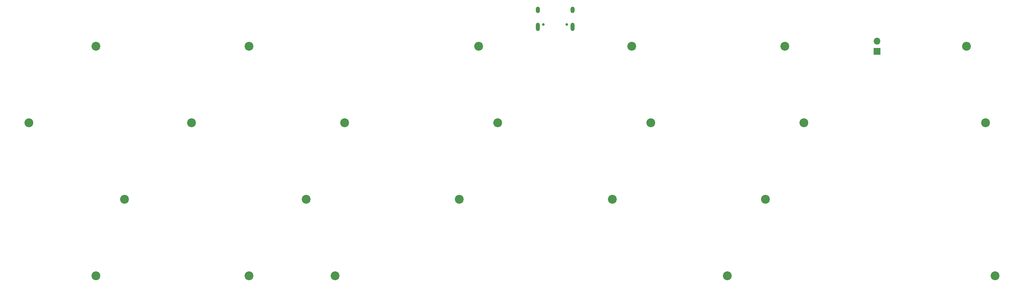
<source format=gbr>
%TF.GenerationSoftware,KiCad,Pcbnew,8.0.8*%
%TF.CreationDate,2025-02-20T20:20:05+01:00*%
%TF.ProjectId,oceanographer EC,6f636561-6e6f-4677-9261-706865722045,rev?*%
%TF.SameCoordinates,Original*%
%TF.FileFunction,Soldermask,Top*%
%TF.FilePolarity,Negative*%
%FSLAX46Y46*%
G04 Gerber Fmt 4.6, Leading zero omitted, Abs format (unit mm)*
G04 Created by KiCad (PCBNEW 8.0.8) date 2025-02-20 20:20:05*
%MOMM*%
%LPD*%
G01*
G04 APERTURE LIST*
%ADD10C,2.200000*%
%ADD11R,1.700000X1.700000*%
%ADD12O,1.700000X1.700000*%
%ADD13C,0.650000*%
%ADD14O,1.000000X1.600000*%
%ADD15O,1.000000X2.100000*%
G04 APERTURE END LIST*
D10*
%TO.C,H16*%
X257968750Y-70643750D03*
%TD*%
%TO.C,H15*%
X260350000Y-108743750D03*
%TD*%
%TO.C,H6*%
X98425000Y-70643750D03*
%TD*%
%TO.C,H4*%
X253206250Y-51593750D03*
%TD*%
%TO.C,H5*%
X60325000Y-70643750D03*
%TD*%
%TO.C,H21*%
X127000000Y-89693750D03*
%TD*%
%TO.C,H14*%
X193675000Y-108743750D03*
%TD*%
%TO.C,H8*%
X43656250Y-89693750D03*
%TD*%
%TO.C,H19*%
X136525000Y-70643750D03*
%TD*%
%TO.C,H18*%
X74612500Y-51593750D03*
%TD*%
%TO.C,H1*%
X36512500Y-51593750D03*
%TD*%
%TO.C,H22*%
X207962500Y-51593750D03*
%TD*%
%TO.C,H10*%
X165100000Y-89693750D03*
%TD*%
%TO.C,H12*%
X74612500Y-108743750D03*
%TD*%
%TO.C,H23*%
X174625000Y-70643750D03*
%TD*%
%TO.C,H7*%
X212725000Y-70643750D03*
%TD*%
%TO.C,H20*%
X36512500Y-108743750D03*
%TD*%
%TO.C,H3*%
X169862500Y-51593750D03*
%TD*%
%TO.C,H2*%
X131762500Y-51593750D03*
%TD*%
%TO.C,H13*%
X96043750Y-108743750D03*
%TD*%
%TO.C,H25*%
X203200000Y-89693750D03*
%TD*%
%TO.C,H9*%
X88900000Y-89693750D03*
%TD*%
%TO.C,H17*%
X19843750Y-70643750D03*
%TD*%
D11*
%TO.C,SW1*%
X230981250Y-52868750D03*
D12*
X230981250Y-50328750D03*
%TD*%
D13*
%TO.C,USB1*%
X147922500Y-46215000D03*
X153702500Y-46215000D03*
D14*
X146492500Y-42565000D03*
D15*
X146492500Y-46745000D03*
D14*
X155132500Y-42565000D03*
D15*
X155132500Y-46745000D03*
%TD*%
M02*

</source>
